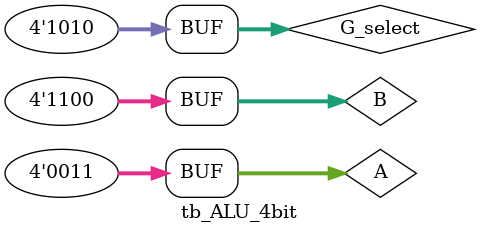
<source format=v>
`timescale 1ps/1ps
module tb_ALU_4bit;
reg [3:0] A, B, G_select;
wire [3:0] G;
wire C, V;

ALU_4bit alu(.A(A), .B(B), .G_select(G_select), .G(G), .V(V), .C(C));

initial begin
   A<=4'b0000; B<= 4'b0000; G_select<=4'b0000; 
    #10; A<= 4'b0011; B<=4'b1100; G_select <= 4'b0010;
    #10; A<= 4'b0011; B<=4'b1100; G_select <= 4'b0011;
    #10; A<= 4'b0011; B<=4'b1100; G_select <= 4'b0100;
    #10; A<= 4'b0011; B<=4'b1100; G_select <= 4'b0101;
    #10; A<= 4'b0011; B<=4'b1100; G_select <= 4'b1000;
    #10; A<= 4'b0011; B<=4'b1100; G_select <= 4'b1010;
end
endmodule
</source>
